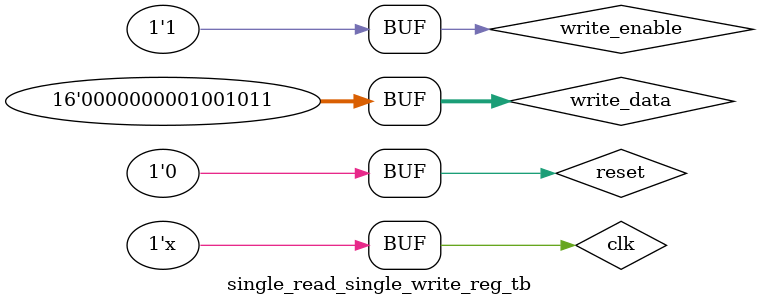
<source format=v>
module single_read_single_write_reg  #(parameter width = 16) (input [width - 1:0] write_data, input clk, reset, write_enable, output reg [width - 1:0] read_data);
	
	reg [width - 1:0] register;
	initial register = 16'b0;
	
	always@(posedge clk or posedge reset) begin
		if(reset) 
			begin
				register = 16'b0;
				read_data = 16'bx;
			end
		else 
			begin
				if(write_enable) 
					begin
						register = write_data;
					end
				else 
					begin
						read_data = register;
					end
			end
		end
endmodule

module single_read_single_write_reg_tb #(parameter width=16);
	reg [width - 1:0] write_data;
	reg write_enable, clk, reset;
	wire [width - 1:0] read_data;
	single_read_single_write_reg instance1 (write_data, clk, reset, write_enable, read_data);
	
	initial clk = 1'b1;
	
	initial 
		begin
			write_data = 25;
			reset = 0;
			write_enable = 1;
			#10;
			
			write_data = 50;
			reset = 0;
			write_enable = 0;
			#10;
			
			write_data = 75;
			reset = 0;
			write_enable = 1;
			
			#10;
		end

	always #5 clk<=~clk;
	
endmodule
</source>
